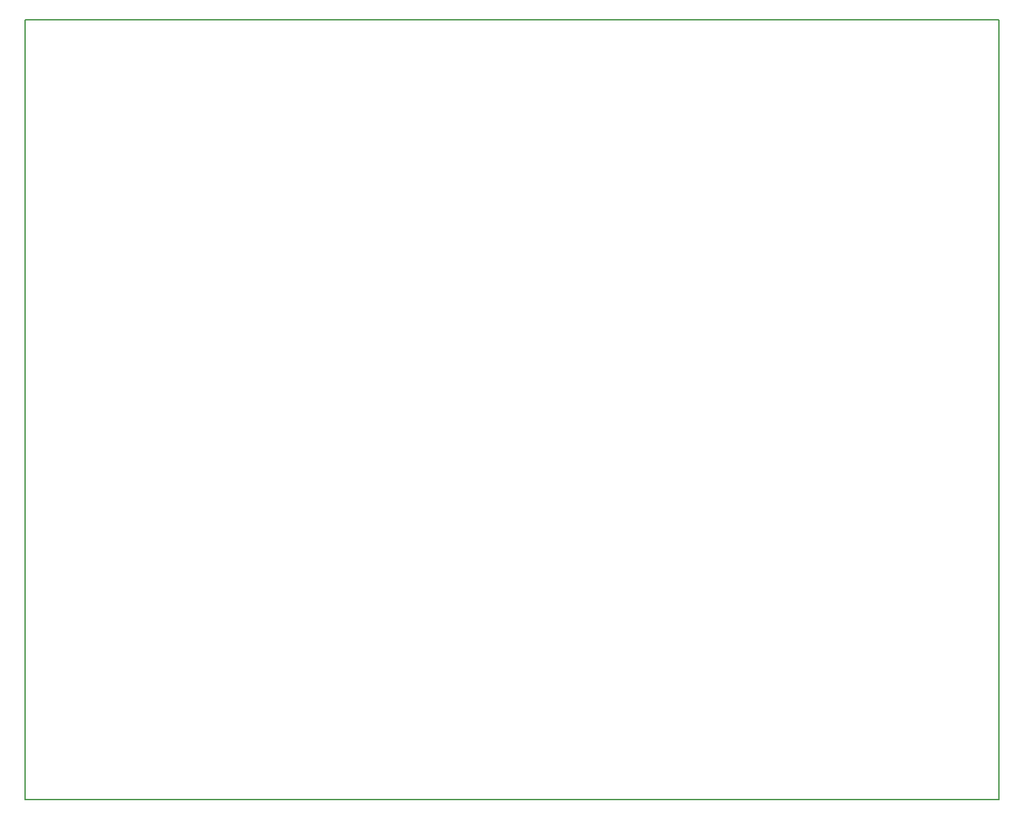
<source format=gbr>
G04 #@! TF.GenerationSoftware,KiCad,Pcbnew,5.1.7-a382d34a88~90~ubuntu20.04.1*
G04 #@! TF.CreationDate,2022-01-04T17:50:44-06:00*
G04 #@! TF.ProjectId,open-dash-daughterboard,6f70656e-2d64-4617-9368-2d6461756768,rev?*
G04 #@! TF.SameCoordinates,Original*
G04 #@! TF.FileFunction,Profile,NP*
%FSLAX46Y46*%
G04 Gerber Fmt 4.6, Leading zero omitted, Abs format (unit mm)*
G04 Created by KiCad (PCBNEW 5.1.7-a382d34a88~90~ubuntu20.04.1) date 2022-01-04 17:50:44*
%MOMM*%
%LPD*%
G01*
G04 APERTURE LIST*
G04 #@! TA.AperFunction,Profile*
%ADD10C,0.150000*%
G04 #@! TD*
G04 APERTURE END LIST*
D10*
X213160000Y-140900000D02*
X88150000Y-140930000D01*
X88150000Y-40830000D02*
X88150000Y-140930000D01*
X213160000Y-40800000D02*
X88150000Y-40830000D01*
X213160000Y-140900000D02*
X213160000Y-40800000D01*
M02*

</source>
